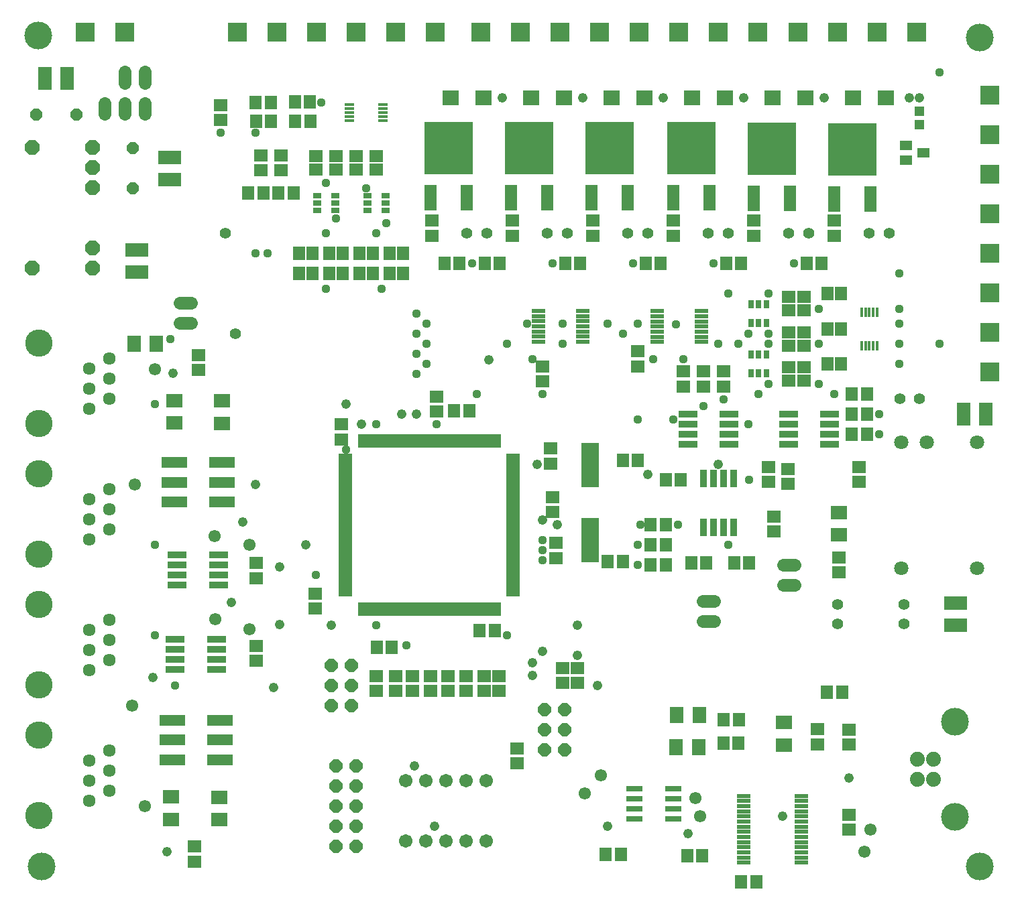
<source format=gts>
G75*
G70*
%OFA0B0*%
%FSLAX24Y24*%
%IPPOS*%
%LPD*%
%AMOC8*
5,1,8,0,0,1.08239X$1,22.5*
%
%ADD10C,0.0671*%
%ADD11R,0.0671X0.0592*%
%ADD12R,0.0671X0.0237*%
%ADD13R,0.0789X0.0316*%
%ADD14R,0.0592X0.0671*%
%ADD15R,0.0789X0.0710*%
%ADD16R,0.0340X0.0880*%
%ADD17R,0.0790X0.0710*%
%ADD18C,0.0634*%
%ADD19C,0.1360*%
%ADD20R,0.1261X0.0552*%
%ADD21C,0.0740*%
%ADD22C,0.1380*%
%ADD23R,0.0710X0.0790*%
%ADD24R,0.0867X0.2245*%
%ADD25R,0.0710X0.0218*%
%ADD26R,0.0631X0.1261*%
%ADD27R,0.2442X0.2639*%
%ADD28R,0.0950X0.0320*%
%ADD29OC8,0.0710*%
%ADD30R,0.1143X0.0710*%
%ADD31OC8,0.0600*%
%ADD32C,0.0710*%
%ADD33R,0.0710X0.1143*%
%ADD34C,0.0556*%
%ADD35C,0.0640*%
%ADD36OC8,0.0640*%
%ADD37R,0.0198X0.0710*%
%ADD38R,0.0710X0.0198*%
%ADD39R,0.0789X0.0749*%
%ADD40R,0.0710X0.0789*%
%ADD41R,0.0940X0.0940*%
%ADD42R,0.0316X0.0434*%
%ADD43R,0.0434X0.0316*%
%ADD44R,0.0474X0.0513*%
%ADD45R,0.0178X0.0474*%
%ADD46R,0.0474X0.0178*%
%ADD47R,0.0631X0.0474*%
%ADD48C,0.0476*%
%ADD49C,0.0437*%
%ADD50C,0.0555*%
%ADD51C,0.0611*%
D10*
X021448Y003694D03*
X022448Y003694D03*
X023448Y003694D03*
X024448Y003694D03*
X025448Y003694D03*
X025448Y006694D03*
X024448Y006694D03*
X023448Y006694D03*
X022448Y006694D03*
X021448Y006694D03*
D11*
X021798Y011139D03*
X021798Y011887D03*
X020948Y011887D03*
X020948Y011139D03*
X019998Y011139D03*
X019998Y011887D03*
X022698Y011887D03*
X022698Y011139D03*
X023548Y011139D03*
X023548Y011887D03*
X024448Y011887D03*
X024448Y011139D03*
X025348Y011139D03*
X026092Y011139D03*
X026092Y011887D03*
X025348Y011887D03*
X029247Y011541D03*
X029247Y012289D03*
X029997Y012289D03*
X029997Y011541D03*
X026997Y008289D03*
X026997Y007541D03*
X016955Y015240D03*
X016955Y015988D03*
X014018Y016761D03*
X014018Y017509D03*
X014009Y013390D03*
X014009Y012642D03*
X010941Y003415D03*
X010941Y002667D03*
X028905Y017765D03*
X028905Y018513D03*
X028747Y020041D03*
X028747Y020789D03*
X028655Y022464D03*
X028655Y023212D03*
X028247Y026541D03*
X028247Y027289D03*
X032997Y027291D03*
X032997Y028039D03*
X035247Y027039D03*
X035247Y026291D03*
X036247Y026291D03*
X036247Y027039D03*
X037247Y027039D03*
X037247Y026291D03*
X040497Y026580D03*
X040497Y027250D03*
X041247Y027250D03*
X041247Y026580D03*
X041247Y028330D03*
X041247Y029000D03*
X040497Y029000D03*
X040497Y028330D03*
X040497Y030080D03*
X040497Y030750D03*
X041247Y030750D03*
X041247Y030080D03*
X042747Y033791D03*
X042747Y034539D03*
X038747Y034539D03*
X038747Y033791D03*
X034747Y033791D03*
X034747Y034539D03*
X030747Y034539D03*
X030747Y033791D03*
X026747Y033791D03*
X026747Y034539D03*
X022747Y034539D03*
X022747Y033791D03*
X019997Y037080D03*
X019997Y037750D03*
X018997Y037750D03*
X018997Y037080D03*
X017997Y037080D03*
X017997Y037750D03*
X016997Y037750D03*
X016997Y037080D03*
X015247Y037041D03*
X015247Y037789D03*
X014247Y037789D03*
X014247Y037041D03*
X012247Y039541D03*
X012247Y040289D03*
X011141Y027865D03*
X011141Y027117D03*
X018258Y024413D03*
X018258Y023665D03*
X022997Y025041D03*
X022997Y025789D03*
X039497Y022289D03*
X039497Y021541D03*
X040448Y021447D03*
X040448Y022195D03*
X039734Y019830D03*
X039734Y019082D03*
X042997Y017789D03*
X042997Y017041D03*
X043997Y021541D03*
X043997Y022289D03*
X041906Y009236D03*
X041906Y008488D03*
X043476Y008470D03*
X043476Y009219D03*
X043483Y004992D03*
X043483Y004244D03*
D12*
X041116Y004140D03*
X041116Y004396D03*
X041116Y004652D03*
X041116Y004907D03*
X041116Y005163D03*
X041116Y005419D03*
X041116Y005675D03*
X041116Y005931D03*
X041116Y003884D03*
X041116Y003628D03*
X041116Y003372D03*
X041116Y003116D03*
X041116Y002860D03*
X041116Y002604D03*
X038262Y002604D03*
X038262Y002860D03*
X038262Y003116D03*
X038262Y003372D03*
X038262Y003628D03*
X038262Y003884D03*
X038262Y004140D03*
X038262Y004396D03*
X038262Y004652D03*
X038262Y004907D03*
X038262Y005163D03*
X038262Y005419D03*
X038262Y005675D03*
X038262Y005931D03*
D13*
X034736Y005783D03*
X034736Y005283D03*
X034736Y004783D03*
X034736Y006283D03*
X032814Y006283D03*
X032814Y005783D03*
X032814Y005283D03*
X032814Y004783D03*
D14*
X032147Y003021D03*
X031399Y003021D03*
X035444Y002963D03*
X036192Y002963D03*
X038123Y001665D03*
X038871Y001665D03*
X037983Y008535D03*
X037235Y008535D03*
X037257Y009719D03*
X038005Y009719D03*
X042397Y011080D03*
X043145Y011080D03*
X038521Y017515D03*
X037773Y017515D03*
X036385Y017502D03*
X035637Y017502D03*
X034371Y017415D03*
X033623Y017415D03*
X033623Y018415D03*
X034371Y018415D03*
X034371Y019415D03*
X033623Y019415D03*
X032234Y017570D03*
X031486Y017570D03*
X034373Y021665D03*
X035121Y021665D03*
X032992Y022620D03*
X032244Y022620D03*
X024610Y025085D03*
X023862Y025085D03*
X021332Y031915D03*
X020663Y031915D03*
X019832Y031915D03*
X019163Y031915D03*
X018332Y031915D03*
X017663Y031915D03*
X016832Y031915D03*
X016163Y031915D03*
X016163Y032915D03*
X016832Y032915D03*
X017663Y032915D03*
X018332Y032915D03*
X019163Y032915D03*
X019832Y032915D03*
X020663Y032915D03*
X021332Y032915D03*
X023373Y032415D03*
X024121Y032415D03*
X025373Y032415D03*
X026121Y032415D03*
X029373Y032415D03*
X030121Y032415D03*
X033373Y032415D03*
X034121Y032415D03*
X037373Y032415D03*
X038121Y032415D03*
X041373Y032415D03*
X042121Y032415D03*
X042413Y030915D03*
X043082Y030915D03*
X043082Y029165D03*
X042413Y029165D03*
X042413Y027415D03*
X043082Y027415D03*
X043623Y025915D03*
X044371Y025915D03*
X044371Y024915D03*
X043623Y024915D03*
X043623Y023915D03*
X044371Y023915D03*
X025871Y014165D03*
X025123Y014165D03*
X020757Y013318D03*
X020009Y013318D03*
X015871Y035915D03*
X015123Y035915D03*
X014371Y035915D03*
X013623Y035915D03*
X014010Y039496D03*
X014758Y039496D03*
X014741Y040434D03*
X013993Y040434D03*
X015934Y040445D03*
X016683Y040445D03*
X016708Y039496D03*
X015960Y039496D03*
D15*
X040262Y009570D03*
X040262Y008467D03*
D16*
X037765Y019292D03*
X037265Y019292D03*
X036765Y019292D03*
X036265Y019292D03*
X036265Y021712D03*
X036765Y021712D03*
X037265Y021712D03*
X037765Y021712D03*
D17*
X042997Y020025D03*
X042997Y018905D03*
X012323Y024461D03*
X012323Y025581D03*
X009941Y025601D03*
X009941Y024481D03*
X009796Y005869D03*
X009796Y004749D03*
X012171Y004743D03*
X012171Y005862D03*
D18*
X006704Y006189D03*
X006704Y007189D03*
X006704Y008189D03*
X005704Y007689D03*
X005704Y006689D03*
X005704Y005689D03*
X005704Y012189D03*
X005704Y013189D03*
X005704Y014189D03*
X006704Y014689D03*
X006704Y013689D03*
X006704Y012689D03*
X005704Y018689D03*
X005704Y019689D03*
X005704Y020689D03*
X006704Y021189D03*
X006704Y020189D03*
X006704Y019189D03*
X005704Y025189D03*
X005704Y026189D03*
X005704Y027189D03*
X006704Y027689D03*
X006704Y026689D03*
X006704Y025689D03*
D19*
X003204Y024439D03*
X003204Y021939D03*
X003204Y017939D03*
X003204Y015439D03*
X003204Y011439D03*
X003204Y008939D03*
X003204Y004939D03*
X003204Y028439D03*
D20*
X009942Y022506D03*
X009942Y021521D03*
X009942Y020537D03*
X012305Y020537D03*
X012305Y021521D03*
X012305Y022506D03*
X012202Y009687D03*
X012202Y008702D03*
X012202Y007718D03*
X009840Y007718D03*
X009840Y008702D03*
X009840Y009687D03*
D21*
X046897Y007750D03*
X047677Y007750D03*
X047677Y006765D03*
X046897Y006765D03*
D22*
X003347Y002415D03*
X048747Y004887D03*
X049997Y002415D03*
X048747Y009627D03*
X049997Y043665D03*
X003197Y043765D03*
D23*
X034917Y009951D03*
X036037Y009951D03*
X036012Y008344D03*
X034892Y008344D03*
D24*
X030618Y018643D03*
X030618Y022383D03*
D25*
X030257Y028515D03*
X030257Y028771D03*
X030257Y029027D03*
X030257Y029283D03*
X030257Y029539D03*
X030257Y029795D03*
X030257Y030051D03*
X028053Y030051D03*
X028053Y029795D03*
X028053Y029539D03*
X028053Y029283D03*
X028053Y029027D03*
X028053Y028771D03*
X028053Y028515D03*
X033946Y028509D03*
X033946Y028765D03*
X033946Y029021D03*
X033946Y029277D03*
X033946Y029533D03*
X033946Y029789D03*
X033946Y030044D03*
X036151Y030044D03*
X036151Y029789D03*
X036151Y029533D03*
X036151Y029277D03*
X036151Y029021D03*
X036151Y028765D03*
X036151Y028509D03*
D26*
X036560Y035679D03*
X034749Y035679D03*
X032492Y035691D03*
X030681Y035691D03*
X028486Y035679D03*
X026675Y035679D03*
X024486Y035691D03*
X022675Y035691D03*
X038738Y035655D03*
X040549Y035655D03*
X042738Y035628D03*
X044549Y035628D03*
D27*
X043643Y038088D03*
X039643Y038116D03*
X035655Y038139D03*
X031586Y038152D03*
X027580Y038139D03*
X023580Y038152D03*
D28*
X035467Y024915D03*
X035467Y024415D03*
X035467Y023915D03*
X035467Y023415D03*
X037527Y023415D03*
X037527Y023915D03*
X037527Y024415D03*
X037527Y024915D03*
X040467Y024915D03*
X040467Y024415D03*
X040467Y023915D03*
X040467Y023415D03*
X042527Y023415D03*
X042527Y023915D03*
X042527Y024415D03*
X042527Y024915D03*
X012153Y017921D03*
X012153Y017421D03*
X012153Y016921D03*
X012153Y016421D03*
X010093Y016421D03*
X010093Y016921D03*
X010093Y017421D03*
X010093Y017921D03*
X009994Y013728D03*
X009994Y013228D03*
X009994Y012728D03*
X009994Y012228D03*
X012054Y012228D03*
X012054Y012728D03*
X012054Y013228D03*
X012054Y013728D03*
D29*
X005879Y032172D03*
X005879Y033172D03*
X002879Y032172D03*
X005879Y036172D03*
X005879Y037172D03*
X005879Y038172D03*
X002879Y038172D03*
D30*
X008088Y033076D03*
X008088Y031974D03*
X009708Y036590D03*
X009708Y037692D03*
X048797Y015516D03*
X048797Y014414D03*
D31*
X007896Y036142D03*
X007896Y038142D03*
X005097Y039815D03*
X003097Y039815D03*
D32*
X046097Y023515D03*
X047347Y023515D03*
X049847Y023515D03*
X049847Y017265D03*
X046097Y017265D03*
D33*
X049196Y024915D03*
X050299Y024915D03*
X004607Y041605D03*
X003505Y041605D03*
D34*
X042917Y015457D03*
X042921Y014473D03*
X046207Y014476D03*
X046203Y015461D03*
X046005Y025685D03*
X046990Y025689D03*
D35*
X040777Y017415D02*
X040217Y017415D01*
X040217Y016415D02*
X040777Y016415D01*
X036781Y015604D02*
X036221Y015604D01*
X036221Y014604D02*
X036781Y014604D01*
X010777Y029465D02*
X010217Y029465D01*
X010217Y030465D02*
X010777Y030465D01*
X008497Y039835D02*
X008497Y040395D01*
X008497Y041385D02*
X008497Y041945D01*
X007497Y041945D02*
X007497Y041385D01*
X007497Y040395D02*
X007497Y039835D01*
X006497Y039835D02*
X006497Y040395D01*
D36*
X017747Y012415D03*
X017747Y011415D03*
X017747Y010415D03*
X018747Y010415D03*
X018747Y011415D03*
X018747Y012415D03*
X018997Y007415D03*
X017997Y007415D03*
X017997Y006415D03*
X017997Y005415D03*
X017997Y004415D03*
X017997Y003415D03*
X018997Y003415D03*
X018997Y004415D03*
X018997Y005415D03*
X018997Y006415D03*
X028347Y008215D03*
X028347Y009215D03*
X029347Y009215D03*
X029347Y008215D03*
X029347Y010215D03*
X028347Y010215D03*
D37*
X026070Y015233D03*
X025873Y015233D03*
X025677Y015233D03*
X025480Y015233D03*
X025283Y015233D03*
X025086Y015233D03*
X024889Y015233D03*
X024692Y015233D03*
X024495Y015233D03*
X024299Y015233D03*
X024102Y015233D03*
X023905Y015233D03*
X023708Y015233D03*
X023511Y015233D03*
X023314Y015233D03*
X023118Y015233D03*
X022921Y015233D03*
X022724Y015233D03*
X022527Y015233D03*
X022330Y015233D03*
X022133Y015233D03*
X021936Y015233D03*
X021740Y015233D03*
X021543Y015233D03*
X021346Y015233D03*
X021149Y015233D03*
X020952Y015233D03*
X020755Y015233D03*
X020558Y015233D03*
X020362Y015233D03*
X020165Y015233D03*
X019968Y015233D03*
X019771Y015233D03*
X019574Y015233D03*
X019377Y015233D03*
X019181Y015233D03*
X019181Y023580D03*
X019377Y023580D03*
X019574Y023580D03*
X019771Y023580D03*
X019968Y023580D03*
X020165Y023580D03*
X020362Y023580D03*
X020558Y023580D03*
X020755Y023580D03*
X020952Y023580D03*
X021149Y023580D03*
X021346Y023580D03*
X021543Y023580D03*
X021740Y023580D03*
X021936Y023580D03*
X022133Y023580D03*
X022330Y023580D03*
X022527Y023580D03*
X022724Y023580D03*
X022921Y023580D03*
X023118Y023580D03*
X023314Y023580D03*
X023511Y023580D03*
X023708Y023580D03*
X023905Y023580D03*
X024102Y023580D03*
X024299Y023580D03*
X024495Y023580D03*
X024692Y023580D03*
X024889Y023580D03*
X025086Y023580D03*
X025283Y023580D03*
X025480Y023580D03*
X025677Y023580D03*
X025873Y023580D03*
X026070Y023580D03*
D38*
X026799Y022851D03*
X026799Y022654D03*
X026799Y022458D03*
X026799Y022261D03*
X026799Y022064D03*
X026799Y021867D03*
X026799Y021670D03*
X026799Y021473D03*
X026799Y021277D03*
X026799Y021080D03*
X026799Y020883D03*
X026799Y020686D03*
X026799Y020489D03*
X026799Y020292D03*
X026799Y020095D03*
X026799Y019899D03*
X026799Y019702D03*
X026799Y019505D03*
X026799Y019308D03*
X026799Y019111D03*
X026799Y018914D03*
X026799Y018717D03*
X026799Y018521D03*
X026799Y018324D03*
X026799Y018127D03*
X026799Y017930D03*
X026799Y017733D03*
X026799Y017536D03*
X026799Y017340D03*
X026799Y017143D03*
X026799Y016946D03*
X026799Y016749D03*
X026799Y016552D03*
X026799Y016355D03*
X026799Y016158D03*
X026799Y015962D03*
X018452Y015962D03*
X018452Y016158D03*
X018452Y016355D03*
X018452Y016552D03*
X018452Y016749D03*
X018452Y016946D03*
X018452Y017143D03*
X018452Y017340D03*
X018452Y017536D03*
X018452Y017733D03*
X018452Y017930D03*
X018452Y018127D03*
X018452Y018324D03*
X018452Y018521D03*
X018452Y018717D03*
X018452Y018914D03*
X018452Y019111D03*
X018452Y019308D03*
X018452Y019505D03*
X018452Y019702D03*
X018452Y019899D03*
X018452Y020095D03*
X018452Y020292D03*
X018452Y020489D03*
X018452Y020686D03*
X018452Y020883D03*
X018452Y021080D03*
X018452Y021277D03*
X018452Y021473D03*
X018452Y021670D03*
X018452Y021867D03*
X018452Y022064D03*
X018452Y022261D03*
X018452Y022458D03*
X018452Y022654D03*
X018452Y022851D03*
D39*
X023690Y040665D03*
X025305Y040665D03*
X027690Y040665D03*
X029305Y040665D03*
X031690Y040665D03*
X033305Y040665D03*
X035690Y040665D03*
X037305Y040665D03*
X039690Y040665D03*
X041305Y040665D03*
X043690Y040665D03*
X045305Y040665D03*
D40*
X009049Y028415D03*
X007946Y028415D03*
D41*
X007497Y043915D03*
X005529Y043915D03*
X013076Y043915D03*
X015045Y043915D03*
X017013Y043915D03*
X018982Y043915D03*
X020950Y043915D03*
X022919Y043915D03*
X025186Y043915D03*
X027155Y043915D03*
X029123Y043915D03*
X031092Y043915D03*
X033060Y043915D03*
X035029Y043915D03*
X036997Y043915D03*
X038966Y043915D03*
X040934Y043915D03*
X042903Y043915D03*
X044871Y043915D03*
X046840Y043915D03*
X050497Y040789D03*
X050497Y038820D03*
X050497Y036852D03*
X050497Y034883D03*
X050497Y032915D03*
X050497Y030946D03*
X050497Y028978D03*
X050497Y027009D03*
D42*
X039371Y026962D03*
X038997Y026962D03*
X038623Y026962D03*
X038623Y027868D03*
X038997Y027868D03*
X039371Y027868D03*
X039371Y029462D03*
X038997Y029462D03*
X038623Y029462D03*
X038623Y030368D03*
X038997Y030368D03*
X039371Y030368D03*
D43*
X020450Y035041D03*
X020450Y035415D03*
X020450Y035789D03*
X019545Y035789D03*
X019545Y035415D03*
X019545Y035041D03*
X017950Y035041D03*
X017950Y035415D03*
X017950Y035789D03*
X017045Y035789D03*
X017045Y035415D03*
X017045Y035041D03*
D44*
X046997Y039330D03*
X046997Y040000D03*
D45*
X044891Y029997D03*
X044694Y029997D03*
X044497Y029997D03*
X044301Y029997D03*
X044104Y029997D03*
X044104Y028333D03*
X044301Y028333D03*
X044497Y028333D03*
X044694Y028333D03*
X044891Y028333D03*
D46*
X020329Y039521D03*
X020329Y039718D03*
X020329Y039915D03*
X020329Y040112D03*
X020329Y040309D03*
X018666Y040309D03*
X018666Y040112D03*
X018666Y039915D03*
X018666Y039718D03*
X018666Y039521D03*
D47*
X046314Y038289D03*
X046314Y037541D03*
X047181Y037915D03*
D48*
X046997Y040665D03*
X046497Y040665D03*
X042247Y040665D03*
X038247Y040665D03*
X034247Y040665D03*
X030247Y040665D03*
X026247Y040665D03*
X025597Y027615D03*
X021997Y024915D03*
X021247Y024915D03*
X019247Y024415D03*
X018497Y025415D03*
X013997Y021415D03*
X013351Y019558D03*
X015197Y017315D03*
X016497Y018415D03*
X012797Y015565D03*
X015197Y014465D03*
X017747Y014415D03*
X014897Y011315D03*
X008897Y011815D03*
X009597Y003165D03*
X021897Y007415D03*
X022897Y004415D03*
X030997Y011415D03*
X029997Y012915D03*
X029997Y014415D03*
X028247Y013115D03*
X027747Y012565D03*
X027747Y011915D03*
X031497Y004415D03*
X035497Y004065D03*
X040197Y004915D03*
X043497Y006815D03*
X028997Y019415D03*
X028247Y019665D03*
X027997Y022415D03*
X033497Y021915D03*
X036997Y022415D03*
X009897Y026965D03*
D49*
X008997Y025415D03*
X009747Y028665D03*
X013997Y032915D03*
X014597Y032915D03*
X017497Y033915D03*
X017997Y034665D03*
X017497Y036415D03*
X019497Y036165D03*
X020497Y034415D03*
X019997Y033915D03*
X020247Y031165D03*
X021997Y029915D03*
X022497Y029415D03*
X021997Y028915D03*
X022497Y028415D03*
X021997Y027915D03*
X022497Y027415D03*
X021997Y026915D03*
X022997Y024415D03*
X024997Y025915D03*
X026497Y028415D03*
X027497Y029415D03*
X029247Y029415D03*
X029247Y028415D03*
X027747Y027665D03*
X028247Y025915D03*
X031497Y029415D03*
X032247Y028915D03*
X032997Y029415D03*
X033747Y027665D03*
X035247Y027665D03*
X034874Y029377D03*
X036997Y028415D03*
X037997Y028415D03*
X038497Y028915D03*
X039497Y028915D03*
X039497Y028415D03*
X039497Y026415D03*
X038997Y025915D03*
X037247Y025665D03*
X036247Y025315D03*
X034747Y024665D03*
X032997Y024665D03*
X038497Y024415D03*
X038506Y021659D03*
X037497Y018415D03*
X034997Y019415D03*
X033123Y019415D03*
X032997Y018415D03*
X032997Y017415D03*
X028247Y017665D03*
X028247Y018165D03*
X028247Y018665D03*
X026497Y013915D03*
X021497Y013415D03*
X019997Y014415D03*
X016997Y016915D03*
X018497Y023165D03*
X019997Y024415D03*
X017497Y031165D03*
X024747Y032415D03*
X028747Y032415D03*
X032747Y032415D03*
X036747Y032415D03*
X037497Y030915D03*
X039497Y030915D03*
X040747Y032415D03*
X041997Y030165D03*
X041997Y028415D03*
X041997Y026415D03*
X042747Y025915D03*
X044997Y024915D03*
X044997Y023915D03*
X045997Y027415D03*
X045997Y028415D03*
X045997Y029415D03*
X045997Y030165D03*
X045997Y031915D03*
X047997Y028415D03*
X047997Y041915D03*
X017247Y040415D03*
X013997Y038915D03*
X012247Y038915D03*
X008997Y018415D03*
X008997Y013915D03*
X009997Y011415D03*
D50*
X012997Y028915D03*
X012497Y033915D03*
X024497Y033915D03*
X025497Y033915D03*
X028497Y033915D03*
X029497Y033915D03*
X032497Y033915D03*
X033497Y033915D03*
X036497Y033915D03*
X037497Y033915D03*
X040497Y033915D03*
X041497Y033915D03*
X044497Y033915D03*
X045497Y033915D03*
D51*
X031147Y006965D03*
X030347Y006065D03*
X035847Y005815D03*
X036097Y004915D03*
X044247Y003165D03*
X044547Y004265D03*
X013697Y014215D03*
X011997Y014715D03*
X013697Y018415D03*
X011947Y018865D03*
X007997Y021415D03*
X008997Y027165D03*
X007847Y010415D03*
X008497Y005415D03*
M02*

</source>
